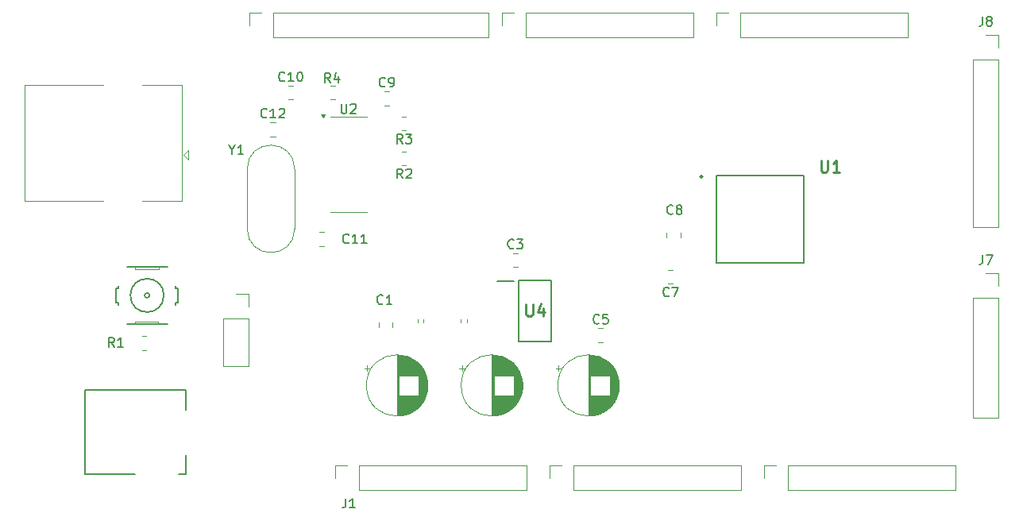
<source format=gbr>
%TF.GenerationSoftware,KiCad,Pcbnew,8.0.6*%
%TF.CreationDate,2025-01-18T13:25:30-05:00*%
%TF.ProjectId,RL78_G23_Arduino,524c3738-5f47-4323-935f-41726475696e,rev?*%
%TF.SameCoordinates,Original*%
%TF.FileFunction,Legend,Top*%
%TF.FilePolarity,Positive*%
%FSLAX46Y46*%
G04 Gerber Fmt 4.6, Leading zero omitted, Abs format (unit mm)*
G04 Created by KiCad (PCBNEW 8.0.6) date 2025-01-18 13:25:30*
%MOMM*%
%LPD*%
G01*
G04 APERTURE LIST*
%ADD10C,0.150000*%
%ADD11C,0.254000*%
%ADD12C,0.120000*%
%ADD13C,0.152400*%
%ADD14C,0.050800*%
%ADD15C,0.203200*%
%ADD16C,0.200000*%
%ADD17C,0.250000*%
G04 APERTURE END LIST*
D10*
X84835333Y-41604819D02*
X84502000Y-41128628D01*
X84263905Y-41604819D02*
X84263905Y-40604819D01*
X84263905Y-40604819D02*
X84644857Y-40604819D01*
X84644857Y-40604819D02*
X84740095Y-40652438D01*
X84740095Y-40652438D02*
X84787714Y-40700057D01*
X84787714Y-40700057D02*
X84835333Y-40795295D01*
X84835333Y-40795295D02*
X84835333Y-40938152D01*
X84835333Y-40938152D02*
X84787714Y-41033390D01*
X84787714Y-41033390D02*
X84740095Y-41081009D01*
X84740095Y-41081009D02*
X84644857Y-41128628D01*
X84644857Y-41128628D02*
X84263905Y-41128628D01*
X85168667Y-40604819D02*
X85787714Y-40604819D01*
X85787714Y-40604819D02*
X85454381Y-40985771D01*
X85454381Y-40985771D02*
X85597238Y-40985771D01*
X85597238Y-40985771D02*
X85692476Y-41033390D01*
X85692476Y-41033390D02*
X85740095Y-41081009D01*
X85740095Y-41081009D02*
X85787714Y-41176247D01*
X85787714Y-41176247D02*
X85787714Y-41414342D01*
X85787714Y-41414342D02*
X85740095Y-41509580D01*
X85740095Y-41509580D02*
X85692476Y-41557200D01*
X85692476Y-41557200D02*
X85597238Y-41604819D01*
X85597238Y-41604819D02*
X85311524Y-41604819D01*
X85311524Y-41604819D02*
X85216286Y-41557200D01*
X85216286Y-41557200D02*
X85168667Y-41509580D01*
X70359142Y-38779580D02*
X70311523Y-38827200D01*
X70311523Y-38827200D02*
X70168666Y-38874819D01*
X70168666Y-38874819D02*
X70073428Y-38874819D01*
X70073428Y-38874819D02*
X69930571Y-38827200D01*
X69930571Y-38827200D02*
X69835333Y-38731961D01*
X69835333Y-38731961D02*
X69787714Y-38636723D01*
X69787714Y-38636723D02*
X69740095Y-38446247D01*
X69740095Y-38446247D02*
X69740095Y-38303390D01*
X69740095Y-38303390D02*
X69787714Y-38112914D01*
X69787714Y-38112914D02*
X69835333Y-38017676D01*
X69835333Y-38017676D02*
X69930571Y-37922438D01*
X69930571Y-37922438D02*
X70073428Y-37874819D01*
X70073428Y-37874819D02*
X70168666Y-37874819D01*
X70168666Y-37874819D02*
X70311523Y-37922438D01*
X70311523Y-37922438D02*
X70359142Y-37970057D01*
X71311523Y-38874819D02*
X70740095Y-38874819D01*
X71025809Y-38874819D02*
X71025809Y-37874819D01*
X71025809Y-37874819D02*
X70930571Y-38017676D01*
X70930571Y-38017676D02*
X70835333Y-38112914D01*
X70835333Y-38112914D02*
X70740095Y-38160533D01*
X71692476Y-37970057D02*
X71740095Y-37922438D01*
X71740095Y-37922438D02*
X71835333Y-37874819D01*
X71835333Y-37874819D02*
X72073428Y-37874819D01*
X72073428Y-37874819D02*
X72168666Y-37922438D01*
X72168666Y-37922438D02*
X72216285Y-37970057D01*
X72216285Y-37970057D02*
X72263904Y-38065295D01*
X72263904Y-38065295D02*
X72263904Y-38160533D01*
X72263904Y-38160533D02*
X72216285Y-38303390D01*
X72216285Y-38303390D02*
X71644857Y-38874819D01*
X71644857Y-38874819D02*
X72263904Y-38874819D01*
X113647333Y-49059580D02*
X113599714Y-49107200D01*
X113599714Y-49107200D02*
X113456857Y-49154819D01*
X113456857Y-49154819D02*
X113361619Y-49154819D01*
X113361619Y-49154819D02*
X113218762Y-49107200D01*
X113218762Y-49107200D02*
X113123524Y-49011961D01*
X113123524Y-49011961D02*
X113075905Y-48916723D01*
X113075905Y-48916723D02*
X113028286Y-48726247D01*
X113028286Y-48726247D02*
X113028286Y-48583390D01*
X113028286Y-48583390D02*
X113075905Y-48392914D01*
X113075905Y-48392914D02*
X113123524Y-48297676D01*
X113123524Y-48297676D02*
X113218762Y-48202438D01*
X113218762Y-48202438D02*
X113361619Y-48154819D01*
X113361619Y-48154819D02*
X113456857Y-48154819D01*
X113456857Y-48154819D02*
X113599714Y-48202438D01*
X113599714Y-48202438D02*
X113647333Y-48250057D01*
X114218762Y-48583390D02*
X114123524Y-48535771D01*
X114123524Y-48535771D02*
X114075905Y-48488152D01*
X114075905Y-48488152D02*
X114028286Y-48392914D01*
X114028286Y-48392914D02*
X114028286Y-48345295D01*
X114028286Y-48345295D02*
X114075905Y-48250057D01*
X114075905Y-48250057D02*
X114123524Y-48202438D01*
X114123524Y-48202438D02*
X114218762Y-48154819D01*
X114218762Y-48154819D02*
X114409238Y-48154819D01*
X114409238Y-48154819D02*
X114504476Y-48202438D01*
X114504476Y-48202438D02*
X114552095Y-48250057D01*
X114552095Y-48250057D02*
X114599714Y-48345295D01*
X114599714Y-48345295D02*
X114599714Y-48392914D01*
X114599714Y-48392914D02*
X114552095Y-48488152D01*
X114552095Y-48488152D02*
X114504476Y-48535771D01*
X114504476Y-48535771D02*
X114409238Y-48583390D01*
X114409238Y-48583390D02*
X114218762Y-48583390D01*
X114218762Y-48583390D02*
X114123524Y-48631009D01*
X114123524Y-48631009D02*
X114075905Y-48678628D01*
X114075905Y-48678628D02*
X114028286Y-48773866D01*
X114028286Y-48773866D02*
X114028286Y-48964342D01*
X114028286Y-48964342D02*
X114075905Y-49059580D01*
X114075905Y-49059580D02*
X114123524Y-49107200D01*
X114123524Y-49107200D02*
X114218762Y-49154819D01*
X114218762Y-49154819D02*
X114409238Y-49154819D01*
X114409238Y-49154819D02*
X114504476Y-49107200D01*
X114504476Y-49107200D02*
X114552095Y-49059580D01*
X114552095Y-49059580D02*
X114599714Y-48964342D01*
X114599714Y-48964342D02*
X114599714Y-48773866D01*
X114599714Y-48773866D02*
X114552095Y-48678628D01*
X114552095Y-48678628D02*
X114504476Y-48631009D01*
X114504476Y-48631009D02*
X114409238Y-48583390D01*
X78766666Y-79454819D02*
X78766666Y-80169104D01*
X78766666Y-80169104D02*
X78719047Y-80311961D01*
X78719047Y-80311961D02*
X78623809Y-80407200D01*
X78623809Y-80407200D02*
X78480952Y-80454819D01*
X78480952Y-80454819D02*
X78385714Y-80454819D01*
X79766666Y-80454819D02*
X79195238Y-80454819D01*
X79480952Y-80454819D02*
X79480952Y-79454819D01*
X79480952Y-79454819D02*
X79385714Y-79597676D01*
X79385714Y-79597676D02*
X79290476Y-79692914D01*
X79290476Y-79692914D02*
X79195238Y-79740533D01*
X66675809Y-42278628D02*
X66675809Y-42754819D01*
X66342476Y-41754819D02*
X66675809Y-42278628D01*
X66675809Y-42278628D02*
X67009142Y-41754819D01*
X67866285Y-42754819D02*
X67294857Y-42754819D01*
X67580571Y-42754819D02*
X67580571Y-41754819D01*
X67580571Y-41754819D02*
X67485333Y-41897676D01*
X67485333Y-41897676D02*
X67390095Y-41992914D01*
X67390095Y-41992914D02*
X67294857Y-42040533D01*
X146668666Y-28084819D02*
X146668666Y-28799104D01*
X146668666Y-28799104D02*
X146621047Y-28941961D01*
X146621047Y-28941961D02*
X146525809Y-29037200D01*
X146525809Y-29037200D02*
X146382952Y-29084819D01*
X146382952Y-29084819D02*
X146287714Y-29084819D01*
X147287714Y-28513390D02*
X147192476Y-28465771D01*
X147192476Y-28465771D02*
X147144857Y-28418152D01*
X147144857Y-28418152D02*
X147097238Y-28322914D01*
X147097238Y-28322914D02*
X147097238Y-28275295D01*
X147097238Y-28275295D02*
X147144857Y-28180057D01*
X147144857Y-28180057D02*
X147192476Y-28132438D01*
X147192476Y-28132438D02*
X147287714Y-28084819D01*
X147287714Y-28084819D02*
X147478190Y-28084819D01*
X147478190Y-28084819D02*
X147573428Y-28132438D01*
X147573428Y-28132438D02*
X147621047Y-28180057D01*
X147621047Y-28180057D02*
X147668666Y-28275295D01*
X147668666Y-28275295D02*
X147668666Y-28322914D01*
X147668666Y-28322914D02*
X147621047Y-28418152D01*
X147621047Y-28418152D02*
X147573428Y-28465771D01*
X147573428Y-28465771D02*
X147478190Y-28513390D01*
X147478190Y-28513390D02*
X147287714Y-28513390D01*
X147287714Y-28513390D02*
X147192476Y-28561009D01*
X147192476Y-28561009D02*
X147144857Y-28608628D01*
X147144857Y-28608628D02*
X147097238Y-28703866D01*
X147097238Y-28703866D02*
X147097238Y-28894342D01*
X147097238Y-28894342D02*
X147144857Y-28989580D01*
X147144857Y-28989580D02*
X147192476Y-29037200D01*
X147192476Y-29037200D02*
X147287714Y-29084819D01*
X147287714Y-29084819D02*
X147478190Y-29084819D01*
X147478190Y-29084819D02*
X147573428Y-29037200D01*
X147573428Y-29037200D02*
X147621047Y-28989580D01*
X147621047Y-28989580D02*
X147668666Y-28894342D01*
X147668666Y-28894342D02*
X147668666Y-28703866D01*
X147668666Y-28703866D02*
X147621047Y-28608628D01*
X147621047Y-28608628D02*
X147573428Y-28561009D01*
X147573428Y-28561009D02*
X147478190Y-28513390D01*
X146668666Y-53484819D02*
X146668666Y-54199104D01*
X146668666Y-54199104D02*
X146621047Y-54341961D01*
X146621047Y-54341961D02*
X146525809Y-54437200D01*
X146525809Y-54437200D02*
X146382952Y-54484819D01*
X146382952Y-54484819D02*
X146287714Y-54484819D01*
X147049619Y-53484819D02*
X147716285Y-53484819D01*
X147716285Y-53484819D02*
X147287714Y-54484819D01*
X54085333Y-63304819D02*
X53752000Y-62828628D01*
X53513905Y-63304819D02*
X53513905Y-62304819D01*
X53513905Y-62304819D02*
X53894857Y-62304819D01*
X53894857Y-62304819D02*
X53990095Y-62352438D01*
X53990095Y-62352438D02*
X54037714Y-62400057D01*
X54037714Y-62400057D02*
X54085333Y-62495295D01*
X54085333Y-62495295D02*
X54085333Y-62638152D01*
X54085333Y-62638152D02*
X54037714Y-62733390D01*
X54037714Y-62733390D02*
X53990095Y-62781009D01*
X53990095Y-62781009D02*
X53894857Y-62828628D01*
X53894857Y-62828628D02*
X53513905Y-62828628D01*
X55037714Y-63304819D02*
X54466286Y-63304819D01*
X54752000Y-63304819D02*
X54752000Y-62304819D01*
X54752000Y-62304819D02*
X54656762Y-62447676D01*
X54656762Y-62447676D02*
X54561524Y-62542914D01*
X54561524Y-62542914D02*
X54466286Y-62590533D01*
X82985333Y-35479580D02*
X82937714Y-35527200D01*
X82937714Y-35527200D02*
X82794857Y-35574819D01*
X82794857Y-35574819D02*
X82699619Y-35574819D01*
X82699619Y-35574819D02*
X82556762Y-35527200D01*
X82556762Y-35527200D02*
X82461524Y-35431961D01*
X82461524Y-35431961D02*
X82413905Y-35336723D01*
X82413905Y-35336723D02*
X82366286Y-35146247D01*
X82366286Y-35146247D02*
X82366286Y-35003390D01*
X82366286Y-35003390D02*
X82413905Y-34812914D01*
X82413905Y-34812914D02*
X82461524Y-34717676D01*
X82461524Y-34717676D02*
X82556762Y-34622438D01*
X82556762Y-34622438D02*
X82699619Y-34574819D01*
X82699619Y-34574819D02*
X82794857Y-34574819D01*
X82794857Y-34574819D02*
X82937714Y-34622438D01*
X82937714Y-34622438D02*
X82985333Y-34670057D01*
X83461524Y-35574819D02*
X83652000Y-35574819D01*
X83652000Y-35574819D02*
X83747238Y-35527200D01*
X83747238Y-35527200D02*
X83794857Y-35479580D01*
X83794857Y-35479580D02*
X83890095Y-35336723D01*
X83890095Y-35336723D02*
X83937714Y-35146247D01*
X83937714Y-35146247D02*
X83937714Y-34765295D01*
X83937714Y-34765295D02*
X83890095Y-34670057D01*
X83890095Y-34670057D02*
X83842476Y-34622438D01*
X83842476Y-34622438D02*
X83747238Y-34574819D01*
X83747238Y-34574819D02*
X83556762Y-34574819D01*
X83556762Y-34574819D02*
X83461524Y-34622438D01*
X83461524Y-34622438D02*
X83413905Y-34670057D01*
X83413905Y-34670057D02*
X83366286Y-34765295D01*
X83366286Y-34765295D02*
X83366286Y-35003390D01*
X83366286Y-35003390D02*
X83413905Y-35098628D01*
X83413905Y-35098628D02*
X83461524Y-35146247D01*
X83461524Y-35146247D02*
X83556762Y-35193866D01*
X83556762Y-35193866D02*
X83747238Y-35193866D01*
X83747238Y-35193866D02*
X83842476Y-35146247D01*
X83842476Y-35146247D02*
X83890095Y-35098628D01*
X83890095Y-35098628D02*
X83937714Y-35003390D01*
X79109142Y-52159580D02*
X79061523Y-52207200D01*
X79061523Y-52207200D02*
X78918666Y-52254819D01*
X78918666Y-52254819D02*
X78823428Y-52254819D01*
X78823428Y-52254819D02*
X78680571Y-52207200D01*
X78680571Y-52207200D02*
X78585333Y-52111961D01*
X78585333Y-52111961D02*
X78537714Y-52016723D01*
X78537714Y-52016723D02*
X78490095Y-51826247D01*
X78490095Y-51826247D02*
X78490095Y-51683390D01*
X78490095Y-51683390D02*
X78537714Y-51492914D01*
X78537714Y-51492914D02*
X78585333Y-51397676D01*
X78585333Y-51397676D02*
X78680571Y-51302438D01*
X78680571Y-51302438D02*
X78823428Y-51254819D01*
X78823428Y-51254819D02*
X78918666Y-51254819D01*
X78918666Y-51254819D02*
X79061523Y-51302438D01*
X79061523Y-51302438D02*
X79109142Y-51350057D01*
X80061523Y-52254819D02*
X79490095Y-52254819D01*
X79775809Y-52254819D02*
X79775809Y-51254819D01*
X79775809Y-51254819D02*
X79680571Y-51397676D01*
X79680571Y-51397676D02*
X79585333Y-51492914D01*
X79585333Y-51492914D02*
X79490095Y-51540533D01*
X81013904Y-52254819D02*
X80442476Y-52254819D01*
X80728190Y-52254819D02*
X80728190Y-51254819D01*
X80728190Y-51254819D02*
X80632952Y-51397676D01*
X80632952Y-51397676D02*
X80537714Y-51492914D01*
X80537714Y-51492914D02*
X80442476Y-51540533D01*
X84835333Y-45304819D02*
X84502000Y-44828628D01*
X84263905Y-45304819D02*
X84263905Y-44304819D01*
X84263905Y-44304819D02*
X84644857Y-44304819D01*
X84644857Y-44304819D02*
X84740095Y-44352438D01*
X84740095Y-44352438D02*
X84787714Y-44400057D01*
X84787714Y-44400057D02*
X84835333Y-44495295D01*
X84835333Y-44495295D02*
X84835333Y-44638152D01*
X84835333Y-44638152D02*
X84787714Y-44733390D01*
X84787714Y-44733390D02*
X84740095Y-44781009D01*
X84740095Y-44781009D02*
X84644857Y-44828628D01*
X84644857Y-44828628D02*
X84263905Y-44828628D01*
X85216286Y-44400057D02*
X85263905Y-44352438D01*
X85263905Y-44352438D02*
X85359143Y-44304819D01*
X85359143Y-44304819D02*
X85597238Y-44304819D01*
X85597238Y-44304819D02*
X85692476Y-44352438D01*
X85692476Y-44352438D02*
X85740095Y-44400057D01*
X85740095Y-44400057D02*
X85787714Y-44495295D01*
X85787714Y-44495295D02*
X85787714Y-44590533D01*
X85787714Y-44590533D02*
X85740095Y-44733390D01*
X85740095Y-44733390D02*
X85168667Y-45304819D01*
X85168667Y-45304819D02*
X85787714Y-45304819D01*
D11*
X129432380Y-43404318D02*
X129432380Y-44432413D01*
X129432380Y-44432413D02*
X129492857Y-44553365D01*
X129492857Y-44553365D02*
X129553333Y-44613842D01*
X129553333Y-44613842D02*
X129674285Y-44674318D01*
X129674285Y-44674318D02*
X129916190Y-44674318D01*
X129916190Y-44674318D02*
X130037142Y-44613842D01*
X130037142Y-44613842D02*
X130097619Y-44553365D01*
X130097619Y-44553365D02*
X130158095Y-44432413D01*
X130158095Y-44432413D02*
X130158095Y-43404318D01*
X131428095Y-44674318D02*
X130702380Y-44674318D01*
X131065237Y-44674318D02*
X131065237Y-43404318D01*
X131065237Y-43404318D02*
X130944285Y-43585746D01*
X130944285Y-43585746D02*
X130823333Y-43706699D01*
X130823333Y-43706699D02*
X130702380Y-43767175D01*
D10*
X96685333Y-52729580D02*
X96637714Y-52777200D01*
X96637714Y-52777200D02*
X96494857Y-52824819D01*
X96494857Y-52824819D02*
X96399619Y-52824819D01*
X96399619Y-52824819D02*
X96256762Y-52777200D01*
X96256762Y-52777200D02*
X96161524Y-52681961D01*
X96161524Y-52681961D02*
X96113905Y-52586723D01*
X96113905Y-52586723D02*
X96066286Y-52396247D01*
X96066286Y-52396247D02*
X96066286Y-52253390D01*
X96066286Y-52253390D02*
X96113905Y-52062914D01*
X96113905Y-52062914D02*
X96161524Y-51967676D01*
X96161524Y-51967676D02*
X96256762Y-51872438D01*
X96256762Y-51872438D02*
X96399619Y-51824819D01*
X96399619Y-51824819D02*
X96494857Y-51824819D01*
X96494857Y-51824819D02*
X96637714Y-51872438D01*
X96637714Y-51872438D02*
X96685333Y-51920057D01*
X97018667Y-51824819D02*
X97637714Y-51824819D01*
X97637714Y-51824819D02*
X97304381Y-52205771D01*
X97304381Y-52205771D02*
X97447238Y-52205771D01*
X97447238Y-52205771D02*
X97542476Y-52253390D01*
X97542476Y-52253390D02*
X97590095Y-52301009D01*
X97590095Y-52301009D02*
X97637714Y-52396247D01*
X97637714Y-52396247D02*
X97637714Y-52634342D01*
X97637714Y-52634342D02*
X97590095Y-52729580D01*
X97590095Y-52729580D02*
X97542476Y-52777200D01*
X97542476Y-52777200D02*
X97447238Y-52824819D01*
X97447238Y-52824819D02*
X97161524Y-52824819D01*
X97161524Y-52824819D02*
X97066286Y-52777200D01*
X97066286Y-52777200D02*
X97018667Y-52729580D01*
X113247333Y-57839580D02*
X113199714Y-57887200D01*
X113199714Y-57887200D02*
X113056857Y-57934819D01*
X113056857Y-57934819D02*
X112961619Y-57934819D01*
X112961619Y-57934819D02*
X112818762Y-57887200D01*
X112818762Y-57887200D02*
X112723524Y-57791961D01*
X112723524Y-57791961D02*
X112675905Y-57696723D01*
X112675905Y-57696723D02*
X112628286Y-57506247D01*
X112628286Y-57506247D02*
X112628286Y-57363390D01*
X112628286Y-57363390D02*
X112675905Y-57172914D01*
X112675905Y-57172914D02*
X112723524Y-57077676D01*
X112723524Y-57077676D02*
X112818762Y-56982438D01*
X112818762Y-56982438D02*
X112961619Y-56934819D01*
X112961619Y-56934819D02*
X113056857Y-56934819D01*
X113056857Y-56934819D02*
X113199714Y-56982438D01*
X113199714Y-56982438D02*
X113247333Y-57030057D01*
X113580667Y-56934819D02*
X114247333Y-56934819D01*
X114247333Y-56934819D02*
X113818762Y-57934819D01*
X78290095Y-37389819D02*
X78290095Y-38199342D01*
X78290095Y-38199342D02*
X78337714Y-38294580D01*
X78337714Y-38294580D02*
X78385333Y-38342200D01*
X78385333Y-38342200D02*
X78480571Y-38389819D01*
X78480571Y-38389819D02*
X78671047Y-38389819D01*
X78671047Y-38389819D02*
X78766285Y-38342200D01*
X78766285Y-38342200D02*
X78813904Y-38294580D01*
X78813904Y-38294580D02*
X78861523Y-38199342D01*
X78861523Y-38199342D02*
X78861523Y-37389819D01*
X79290095Y-37485057D02*
X79337714Y-37437438D01*
X79337714Y-37437438D02*
X79432952Y-37389819D01*
X79432952Y-37389819D02*
X79671047Y-37389819D01*
X79671047Y-37389819D02*
X79766285Y-37437438D01*
X79766285Y-37437438D02*
X79813904Y-37485057D01*
X79813904Y-37485057D02*
X79861523Y-37580295D01*
X79861523Y-37580295D02*
X79861523Y-37675533D01*
X79861523Y-37675533D02*
X79813904Y-37818390D01*
X79813904Y-37818390D02*
X79242476Y-38389819D01*
X79242476Y-38389819D02*
X79861523Y-38389819D01*
X82735333Y-58659580D02*
X82687714Y-58707200D01*
X82687714Y-58707200D02*
X82544857Y-58754819D01*
X82544857Y-58754819D02*
X82449619Y-58754819D01*
X82449619Y-58754819D02*
X82306762Y-58707200D01*
X82306762Y-58707200D02*
X82211524Y-58611961D01*
X82211524Y-58611961D02*
X82163905Y-58516723D01*
X82163905Y-58516723D02*
X82116286Y-58326247D01*
X82116286Y-58326247D02*
X82116286Y-58183390D01*
X82116286Y-58183390D02*
X82163905Y-57992914D01*
X82163905Y-57992914D02*
X82211524Y-57897676D01*
X82211524Y-57897676D02*
X82306762Y-57802438D01*
X82306762Y-57802438D02*
X82449619Y-57754819D01*
X82449619Y-57754819D02*
X82544857Y-57754819D01*
X82544857Y-57754819D02*
X82687714Y-57802438D01*
X82687714Y-57802438D02*
X82735333Y-57850057D01*
X83687714Y-58754819D02*
X83116286Y-58754819D01*
X83402000Y-58754819D02*
X83402000Y-57754819D01*
X83402000Y-57754819D02*
X83306762Y-57897676D01*
X83306762Y-57897676D02*
X83211524Y-57992914D01*
X83211524Y-57992914D02*
X83116286Y-58040533D01*
X105785333Y-60729580D02*
X105737714Y-60777200D01*
X105737714Y-60777200D02*
X105594857Y-60824819D01*
X105594857Y-60824819D02*
X105499619Y-60824819D01*
X105499619Y-60824819D02*
X105356762Y-60777200D01*
X105356762Y-60777200D02*
X105261524Y-60681961D01*
X105261524Y-60681961D02*
X105213905Y-60586723D01*
X105213905Y-60586723D02*
X105166286Y-60396247D01*
X105166286Y-60396247D02*
X105166286Y-60253390D01*
X105166286Y-60253390D02*
X105213905Y-60062914D01*
X105213905Y-60062914D02*
X105261524Y-59967676D01*
X105261524Y-59967676D02*
X105356762Y-59872438D01*
X105356762Y-59872438D02*
X105499619Y-59824819D01*
X105499619Y-59824819D02*
X105594857Y-59824819D01*
X105594857Y-59824819D02*
X105737714Y-59872438D01*
X105737714Y-59872438D02*
X105785333Y-59920057D01*
X106690095Y-59824819D02*
X106213905Y-59824819D01*
X106213905Y-59824819D02*
X106166286Y-60301009D01*
X106166286Y-60301009D02*
X106213905Y-60253390D01*
X106213905Y-60253390D02*
X106309143Y-60205771D01*
X106309143Y-60205771D02*
X106547238Y-60205771D01*
X106547238Y-60205771D02*
X106642476Y-60253390D01*
X106642476Y-60253390D02*
X106690095Y-60301009D01*
X106690095Y-60301009D02*
X106737714Y-60396247D01*
X106737714Y-60396247D02*
X106737714Y-60634342D01*
X106737714Y-60634342D02*
X106690095Y-60729580D01*
X106690095Y-60729580D02*
X106642476Y-60777200D01*
X106642476Y-60777200D02*
X106547238Y-60824819D01*
X106547238Y-60824819D02*
X106309143Y-60824819D01*
X106309143Y-60824819D02*
X106213905Y-60777200D01*
X106213905Y-60777200D02*
X106166286Y-60729580D01*
D11*
X97984380Y-58754318D02*
X97984380Y-59782413D01*
X97984380Y-59782413D02*
X98044857Y-59903365D01*
X98044857Y-59903365D02*
X98105333Y-59963842D01*
X98105333Y-59963842D02*
X98226285Y-60024318D01*
X98226285Y-60024318D02*
X98468190Y-60024318D01*
X98468190Y-60024318D02*
X98589142Y-59963842D01*
X98589142Y-59963842D02*
X98649619Y-59903365D01*
X98649619Y-59903365D02*
X98710095Y-59782413D01*
X98710095Y-59782413D02*
X98710095Y-58754318D01*
X99859142Y-59177651D02*
X99859142Y-60024318D01*
X99556761Y-58693842D02*
X99254380Y-59600984D01*
X99254380Y-59600984D02*
X100040571Y-59600984D01*
D10*
X72259142Y-34879580D02*
X72211523Y-34927200D01*
X72211523Y-34927200D02*
X72068666Y-34974819D01*
X72068666Y-34974819D02*
X71973428Y-34974819D01*
X71973428Y-34974819D02*
X71830571Y-34927200D01*
X71830571Y-34927200D02*
X71735333Y-34831961D01*
X71735333Y-34831961D02*
X71687714Y-34736723D01*
X71687714Y-34736723D02*
X71640095Y-34546247D01*
X71640095Y-34546247D02*
X71640095Y-34403390D01*
X71640095Y-34403390D02*
X71687714Y-34212914D01*
X71687714Y-34212914D02*
X71735333Y-34117676D01*
X71735333Y-34117676D02*
X71830571Y-34022438D01*
X71830571Y-34022438D02*
X71973428Y-33974819D01*
X71973428Y-33974819D02*
X72068666Y-33974819D01*
X72068666Y-33974819D02*
X72211523Y-34022438D01*
X72211523Y-34022438D02*
X72259142Y-34070057D01*
X73211523Y-34974819D02*
X72640095Y-34974819D01*
X72925809Y-34974819D02*
X72925809Y-33974819D01*
X72925809Y-33974819D02*
X72830571Y-34117676D01*
X72830571Y-34117676D02*
X72735333Y-34212914D01*
X72735333Y-34212914D02*
X72640095Y-34260533D01*
X73830571Y-33974819D02*
X73925809Y-33974819D01*
X73925809Y-33974819D02*
X74021047Y-34022438D01*
X74021047Y-34022438D02*
X74068666Y-34070057D01*
X74068666Y-34070057D02*
X74116285Y-34165295D01*
X74116285Y-34165295D02*
X74163904Y-34355771D01*
X74163904Y-34355771D02*
X74163904Y-34593866D01*
X74163904Y-34593866D02*
X74116285Y-34784342D01*
X74116285Y-34784342D02*
X74068666Y-34879580D01*
X74068666Y-34879580D02*
X74021047Y-34927200D01*
X74021047Y-34927200D02*
X73925809Y-34974819D01*
X73925809Y-34974819D02*
X73830571Y-34974819D01*
X73830571Y-34974819D02*
X73735333Y-34927200D01*
X73735333Y-34927200D02*
X73687714Y-34879580D01*
X73687714Y-34879580D02*
X73640095Y-34784342D01*
X73640095Y-34784342D02*
X73592476Y-34593866D01*
X73592476Y-34593866D02*
X73592476Y-34355771D01*
X73592476Y-34355771D02*
X73640095Y-34165295D01*
X73640095Y-34165295D02*
X73687714Y-34070057D01*
X73687714Y-34070057D02*
X73735333Y-34022438D01*
X73735333Y-34022438D02*
X73830571Y-33974819D01*
X77147833Y-35104819D02*
X76814500Y-34628628D01*
X76576405Y-35104819D02*
X76576405Y-34104819D01*
X76576405Y-34104819D02*
X76957357Y-34104819D01*
X76957357Y-34104819D02*
X77052595Y-34152438D01*
X77052595Y-34152438D02*
X77100214Y-34200057D01*
X77100214Y-34200057D02*
X77147833Y-34295295D01*
X77147833Y-34295295D02*
X77147833Y-34438152D01*
X77147833Y-34438152D02*
X77100214Y-34533390D01*
X77100214Y-34533390D02*
X77052595Y-34581009D01*
X77052595Y-34581009D02*
X76957357Y-34628628D01*
X76957357Y-34628628D02*
X76576405Y-34628628D01*
X78004976Y-34438152D02*
X78004976Y-35104819D01*
X77766881Y-34057200D02*
X77528786Y-34771485D01*
X77528786Y-34771485D02*
X78147833Y-34771485D01*
D12*
%TO.C,U3*%
X86421800Y-60383240D02*
X86421800Y-60710900D01*
X87082200Y-60383240D02*
X87082200Y-60710900D01*
X91021800Y-60383240D02*
X91021800Y-60710900D01*
X91682200Y-60383240D02*
X91682200Y-60710900D01*
%TO.C,J3*%
X100472000Y-75930000D02*
X101802000Y-75930000D01*
X100472000Y-77260000D02*
X100472000Y-75930000D01*
X103072000Y-75930000D02*
X120912000Y-75930000D01*
X103072000Y-78590000D02*
X103072000Y-75930000D01*
X103072000Y-78590000D02*
X120912000Y-78590000D01*
X120912000Y-78590000D02*
X120912000Y-75930000D01*
%TO.C,J5*%
X123332000Y-75930000D02*
X124662000Y-75930000D01*
X123332000Y-77260000D02*
X123332000Y-75930000D01*
X125932000Y-75930000D02*
X143772000Y-75930000D01*
X125932000Y-78590000D02*
X125932000Y-75930000D01*
X125932000Y-78590000D02*
X143772000Y-78590000D01*
X143772000Y-78590000D02*
X143772000Y-75930000D01*
%TO.C,J2*%
X68468000Y-27670000D02*
X69798000Y-27670000D01*
X68468000Y-29000000D02*
X68468000Y-27670000D01*
X71068000Y-27670000D02*
X93988000Y-27670000D01*
X71068000Y-30330000D02*
X71068000Y-27670000D01*
X71068000Y-30330000D02*
X93988000Y-30330000D01*
X93988000Y-30330000D02*
X93988000Y-27670000D01*
%TO.C,J4*%
X95392000Y-27670000D02*
X96722000Y-27670000D01*
X95392000Y-29000000D02*
X95392000Y-27670000D01*
X97992000Y-27670000D02*
X115832000Y-27670000D01*
X97992000Y-30330000D02*
X97992000Y-27670000D01*
X97992000Y-30330000D02*
X115832000Y-30330000D01*
X115832000Y-30330000D02*
X115832000Y-27670000D01*
%TO.C,J6*%
X118252000Y-27670000D02*
X119582000Y-27670000D01*
X118252000Y-29000000D02*
X118252000Y-27670000D01*
X120852000Y-27670000D02*
X138692000Y-27670000D01*
X120852000Y-30330000D02*
X120852000Y-27670000D01*
X120852000Y-30330000D02*
X138692000Y-30330000D01*
X138692000Y-30330000D02*
X138692000Y-27670000D01*
%TO.C,R3*%
X84774936Y-38765000D02*
X85229064Y-38765000D01*
X84774936Y-40235000D02*
X85229064Y-40235000D01*
%TO.C,C12*%
X70740748Y-39365000D02*
X71263252Y-39365000D01*
X70740748Y-40835000D02*
X71263252Y-40835000D01*
%TO.C,C4*%
X90851759Y-65561000D02*
X91481759Y-65561000D01*
X91166759Y-65246000D02*
X91166759Y-65876000D01*
X94352000Y-64170000D02*
X94352000Y-70630000D01*
X94392000Y-64170000D02*
X94392000Y-70630000D01*
X94432000Y-64170000D02*
X94432000Y-70630000D01*
X94472000Y-64172000D02*
X94472000Y-70628000D01*
X94512000Y-64173000D02*
X94512000Y-70627000D01*
X94552000Y-64176000D02*
X94552000Y-70624000D01*
X94592000Y-64178000D02*
X94592000Y-66360000D01*
X94592000Y-68440000D02*
X94592000Y-70622000D01*
X94632000Y-64182000D02*
X94632000Y-66360000D01*
X94632000Y-68440000D02*
X94632000Y-70618000D01*
X94672000Y-64185000D02*
X94672000Y-66360000D01*
X94672000Y-68440000D02*
X94672000Y-70615000D01*
X94712000Y-64189000D02*
X94712000Y-66360000D01*
X94712000Y-68440000D02*
X94712000Y-70611000D01*
X94752000Y-64194000D02*
X94752000Y-66360000D01*
X94752000Y-68440000D02*
X94752000Y-70606000D01*
X94792000Y-64199000D02*
X94792000Y-66360000D01*
X94792000Y-68440000D02*
X94792000Y-70601000D01*
X94832000Y-64205000D02*
X94832000Y-66360000D01*
X94832000Y-68440000D02*
X94832000Y-70595000D01*
X94872000Y-64211000D02*
X94872000Y-66360000D01*
X94872000Y-68440000D02*
X94872000Y-70589000D01*
X94912000Y-64218000D02*
X94912000Y-66360000D01*
X94912000Y-68440000D02*
X94912000Y-70582000D01*
X94952000Y-64225000D02*
X94952000Y-66360000D01*
X94952000Y-68440000D02*
X94952000Y-70575000D01*
X94992000Y-64233000D02*
X94992000Y-66360000D01*
X94992000Y-68440000D02*
X94992000Y-70567000D01*
X95032000Y-64241000D02*
X95032000Y-66360000D01*
X95032000Y-68440000D02*
X95032000Y-70559000D01*
X95073000Y-64250000D02*
X95073000Y-66360000D01*
X95073000Y-68440000D02*
X95073000Y-70550000D01*
X95113000Y-64259000D02*
X95113000Y-66360000D01*
X95113000Y-68440000D02*
X95113000Y-70541000D01*
X95153000Y-64269000D02*
X95153000Y-66360000D01*
X95153000Y-68440000D02*
X95153000Y-70531000D01*
X95193000Y-64279000D02*
X95193000Y-66360000D01*
X95193000Y-68440000D02*
X95193000Y-70521000D01*
X95233000Y-64290000D02*
X95233000Y-66360000D01*
X95233000Y-68440000D02*
X95233000Y-70510000D01*
X95273000Y-64302000D02*
X95273000Y-66360000D01*
X95273000Y-68440000D02*
X95273000Y-70498000D01*
X95313000Y-64314000D02*
X95313000Y-66360000D01*
X95313000Y-68440000D02*
X95313000Y-70486000D01*
X95353000Y-64326000D02*
X95353000Y-66360000D01*
X95353000Y-68440000D02*
X95353000Y-70474000D01*
X95393000Y-64339000D02*
X95393000Y-66360000D01*
X95393000Y-68440000D02*
X95393000Y-70461000D01*
X95433000Y-64353000D02*
X95433000Y-66360000D01*
X95433000Y-68440000D02*
X95433000Y-70447000D01*
X95473000Y-64367000D02*
X95473000Y-66360000D01*
X95473000Y-68440000D02*
X95473000Y-70433000D01*
X95513000Y-64382000D02*
X95513000Y-66360000D01*
X95513000Y-68440000D02*
X95513000Y-70418000D01*
X95553000Y-64398000D02*
X95553000Y-66360000D01*
X95553000Y-68440000D02*
X95553000Y-70402000D01*
X95593000Y-64414000D02*
X95593000Y-66360000D01*
X95593000Y-68440000D02*
X95593000Y-70386000D01*
X95633000Y-64430000D02*
X95633000Y-66360000D01*
X95633000Y-68440000D02*
X95633000Y-70370000D01*
X95673000Y-64448000D02*
X95673000Y-66360000D01*
X95673000Y-68440000D02*
X95673000Y-70352000D01*
X95713000Y-64466000D02*
X95713000Y-66360000D01*
X95713000Y-68440000D02*
X95713000Y-70334000D01*
X95753000Y-64484000D02*
X95753000Y-66360000D01*
X95753000Y-68440000D02*
X95753000Y-70316000D01*
X95793000Y-64504000D02*
X95793000Y-66360000D01*
X95793000Y-68440000D02*
X95793000Y-70296000D01*
X95833000Y-64524000D02*
X95833000Y-66360000D01*
X95833000Y-68440000D02*
X95833000Y-70276000D01*
X95873000Y-64544000D02*
X95873000Y-66360000D01*
X95873000Y-68440000D02*
X95873000Y-70256000D01*
X95913000Y-64566000D02*
X95913000Y-66360000D01*
X95913000Y-68440000D02*
X95913000Y-70234000D01*
X95953000Y-64588000D02*
X95953000Y-66360000D01*
X95953000Y-68440000D02*
X95953000Y-70212000D01*
X95993000Y-64610000D02*
X95993000Y-66360000D01*
X95993000Y-68440000D02*
X95993000Y-70190000D01*
X96033000Y-64634000D02*
X96033000Y-66360000D01*
X96033000Y-68440000D02*
X96033000Y-70166000D01*
X96073000Y-64658000D02*
X96073000Y-66360000D01*
X96073000Y-68440000D02*
X96073000Y-70142000D01*
X96113000Y-64684000D02*
X96113000Y-66360000D01*
X96113000Y-68440000D02*
X96113000Y-70116000D01*
X96153000Y-64710000D02*
X96153000Y-66360000D01*
X96153000Y-68440000D02*
X96153000Y-70090000D01*
X96193000Y-64736000D02*
X96193000Y-66360000D01*
X96193000Y-68440000D02*
X96193000Y-70064000D01*
X96233000Y-64764000D02*
X96233000Y-66360000D01*
X96233000Y-68440000D02*
X96233000Y-70036000D01*
X96273000Y-64793000D02*
X96273000Y-66360000D01*
X96273000Y-68440000D02*
X96273000Y-70007000D01*
X96313000Y-64822000D02*
X96313000Y-66360000D01*
X96313000Y-68440000D02*
X96313000Y-69978000D01*
X96353000Y-64852000D02*
X96353000Y-66360000D01*
X96353000Y-68440000D02*
X96353000Y-69948000D01*
X96393000Y-64884000D02*
X96393000Y-66360000D01*
X96393000Y-68440000D02*
X96393000Y-69916000D01*
X96433000Y-64916000D02*
X96433000Y-66360000D01*
X96433000Y-68440000D02*
X96433000Y-69884000D01*
X96473000Y-64950000D02*
X96473000Y-66360000D01*
X96473000Y-68440000D02*
X96473000Y-69850000D01*
X96513000Y-64984000D02*
X96513000Y-66360000D01*
X96513000Y-68440000D02*
X96513000Y-69816000D01*
X96553000Y-65020000D02*
X96553000Y-66360000D01*
X96553000Y-68440000D02*
X96553000Y-69780000D01*
X96593000Y-65057000D02*
X96593000Y-66360000D01*
X96593000Y-68440000D02*
X96593000Y-69743000D01*
X96633000Y-65095000D02*
X96633000Y-66360000D01*
X96633000Y-68440000D02*
X96633000Y-69705000D01*
X96673000Y-65135000D02*
X96673000Y-69665000D01*
X96713000Y-65176000D02*
X96713000Y-69624000D01*
X96753000Y-65218000D02*
X96753000Y-69582000D01*
X96793000Y-65263000D02*
X96793000Y-69537000D01*
X96833000Y-65308000D02*
X96833000Y-69492000D01*
X96873000Y-65356000D02*
X96873000Y-69444000D01*
X96913000Y-65405000D02*
X96913000Y-69395000D01*
X96953000Y-65456000D02*
X96953000Y-69344000D01*
X96993000Y-65510000D02*
X96993000Y-69290000D01*
X97033000Y-65566000D02*
X97033000Y-69234000D01*
X97073000Y-65624000D02*
X97073000Y-69176000D01*
X97113000Y-65686000D02*
X97113000Y-69114000D01*
X97153000Y-65750000D02*
X97153000Y-69050000D01*
X97193000Y-65819000D02*
X97193000Y-68981000D01*
X97233000Y-65891000D02*
X97233000Y-68909000D01*
X97273000Y-65968000D02*
X97273000Y-68832000D01*
X97313000Y-66050000D02*
X97313000Y-68750000D01*
X97353000Y-66138000D02*
X97353000Y-68662000D01*
X97393000Y-66235000D02*
X97393000Y-68565000D01*
X97433000Y-66341000D02*
X97433000Y-68459000D01*
X97473000Y-66460000D02*
X97473000Y-68340000D01*
X97513000Y-66598000D02*
X97513000Y-68202000D01*
X97553000Y-66767000D02*
X97553000Y-68033000D01*
X97593000Y-66998000D02*
X97593000Y-67802000D01*
X97622000Y-67400000D02*
G75*
G02*
X91082000Y-67400000I-3270000J0D01*
G01*
X91082000Y-67400000D02*
G75*
G02*
X97622000Y-67400000I3270000J0D01*
G01*
%TO.C,C8*%
X112979000Y-51088748D02*
X112979000Y-51611252D01*
X114449000Y-51088748D02*
X114449000Y-51611252D01*
D13*
%TO.C,S1*%
X54300000Y-57038000D02*
X54300000Y-58562000D01*
X54300000Y-57038000D02*
X54554000Y-57038000D01*
X54554000Y-57038000D02*
X54554000Y-56784000D01*
X54554000Y-58562000D02*
X54300000Y-58562000D01*
X54554000Y-58562000D02*
X54554000Y-58816000D01*
X55443000Y-60848000D02*
X56332000Y-60848000D01*
X56332000Y-54752000D02*
X55443000Y-54752000D01*
D14*
X56332000Y-54752000D02*
X56332000Y-55006000D01*
X56332000Y-60594000D02*
X56332000Y-60848000D01*
D13*
X56332000Y-60848000D02*
X58745000Y-60848000D01*
D14*
X58745000Y-60594000D02*
X56332000Y-60594000D01*
X58745000Y-60594000D02*
X58745000Y-60848000D01*
D13*
X58745000Y-60848000D02*
X59761000Y-60848000D01*
X58872000Y-54752000D02*
X56332000Y-54752000D01*
D14*
X58872000Y-55006000D02*
X56332000Y-55006000D01*
X58872000Y-55006000D02*
X58872000Y-54752000D01*
D13*
X59761000Y-54752000D02*
X58872000Y-54752000D01*
X60650000Y-57038000D02*
X60650000Y-56784000D01*
X60650000Y-57038000D02*
X60904000Y-57038000D01*
X60650000Y-58562000D02*
X60650000Y-58816000D01*
X60904000Y-58562000D02*
X60650000Y-58562000D01*
X60904000Y-58562000D02*
X60904000Y-57038000D01*
X57856000Y-57800000D02*
G75*
G02*
X57348000Y-57800000I-254000J0D01*
G01*
X57348000Y-57800000D02*
G75*
G02*
X57856000Y-57800000I254000J0D01*
G01*
X59380000Y-57800000D02*
G75*
G02*
X55824000Y-57800000I-1778000J0D01*
G01*
X55824000Y-57800000D02*
G75*
G02*
X59380000Y-57800000I1778000J0D01*
G01*
D12*
%TO.C,C2*%
X80751759Y-65561000D02*
X81381759Y-65561000D01*
X81066759Y-65246000D02*
X81066759Y-65876000D01*
X84252000Y-64170000D02*
X84252000Y-70630000D01*
X84292000Y-64170000D02*
X84292000Y-70630000D01*
X84332000Y-64170000D02*
X84332000Y-70630000D01*
X84372000Y-64172000D02*
X84372000Y-70628000D01*
X84412000Y-64173000D02*
X84412000Y-70627000D01*
X84452000Y-64176000D02*
X84452000Y-70624000D01*
X84492000Y-64178000D02*
X84492000Y-66360000D01*
X84492000Y-68440000D02*
X84492000Y-70622000D01*
X84532000Y-64182000D02*
X84532000Y-66360000D01*
X84532000Y-68440000D02*
X84532000Y-70618000D01*
X84572000Y-64185000D02*
X84572000Y-66360000D01*
X84572000Y-68440000D02*
X84572000Y-70615000D01*
X84612000Y-64189000D02*
X84612000Y-66360000D01*
X84612000Y-68440000D02*
X84612000Y-70611000D01*
X84652000Y-64194000D02*
X84652000Y-66360000D01*
X84652000Y-68440000D02*
X84652000Y-70606000D01*
X84692000Y-64199000D02*
X84692000Y-66360000D01*
X84692000Y-68440000D02*
X84692000Y-70601000D01*
X84732000Y-64205000D02*
X84732000Y-66360000D01*
X84732000Y-68440000D02*
X84732000Y-70595000D01*
X84772000Y-64211000D02*
X84772000Y-66360000D01*
X84772000Y-68440000D02*
X84772000Y-70589000D01*
X84812000Y-64218000D02*
X84812000Y-66360000D01*
X84812000Y-68440000D02*
X84812000Y-70582000D01*
X84852000Y-64225000D02*
X84852000Y-66360000D01*
X84852000Y-68440000D02*
X84852000Y-70575000D01*
X84892000Y-64233000D02*
X84892000Y-66360000D01*
X84892000Y-68440000D02*
X84892000Y-70567000D01*
X84932000Y-64241000D02*
X84932000Y-66360000D01*
X84932000Y-68440000D02*
X84932000Y-70559000D01*
X84973000Y-64250000D02*
X84973000Y-66360000D01*
X84973000Y-68440000D02*
X84973000Y-70550000D01*
X85013000Y-64259000D02*
X85013000Y-66360000D01*
X85013000Y-68440000D02*
X85013000Y-70541000D01*
X85053000Y-64269000D02*
X85053000Y-66360000D01*
X85053000Y-68440000D02*
X85053000Y-70531000D01*
X85093000Y-64279000D02*
X85093000Y-66360000D01*
X85093000Y-68440000D02*
X85093000Y-70521000D01*
X85133000Y-64290000D02*
X85133000Y-66360000D01*
X85133000Y-68440000D02*
X85133000Y-70510000D01*
X85173000Y-64302000D02*
X85173000Y-66360000D01*
X85173000Y-68440000D02*
X85173000Y-70498000D01*
X85213000Y-64314000D02*
X85213000Y-66360000D01*
X85213000Y-68440000D02*
X85213000Y-70486000D01*
X85253000Y-64326000D02*
X85253000Y-66360000D01*
X85253000Y-68440000D02*
X85253000Y-70474000D01*
X85293000Y-64339000D02*
X85293000Y-66360000D01*
X85293000Y-68440000D02*
X85293000Y-70461000D01*
X85333000Y-64353000D02*
X85333000Y-66360000D01*
X85333000Y-68440000D02*
X85333000Y-70447000D01*
X85373000Y-64367000D02*
X85373000Y-66360000D01*
X85373000Y-68440000D02*
X85373000Y-70433000D01*
X85413000Y-64382000D02*
X85413000Y-66360000D01*
X85413000Y-68440000D02*
X85413000Y-70418000D01*
X85453000Y-64398000D02*
X85453000Y-66360000D01*
X85453000Y-68440000D02*
X85453000Y-70402000D01*
X85493000Y-64414000D02*
X85493000Y-66360000D01*
X85493000Y-68440000D02*
X85493000Y-70386000D01*
X85533000Y-64430000D02*
X85533000Y-66360000D01*
X85533000Y-68440000D02*
X85533000Y-70370000D01*
X85573000Y-64448000D02*
X85573000Y-66360000D01*
X85573000Y-68440000D02*
X85573000Y-70352000D01*
X85613000Y-64466000D02*
X85613000Y-66360000D01*
X85613000Y-68440000D02*
X85613000Y-70334000D01*
X85653000Y-64484000D02*
X85653000Y-66360000D01*
X85653000Y-68440000D02*
X85653000Y-70316000D01*
X85693000Y-64504000D02*
X85693000Y-66360000D01*
X85693000Y-68440000D02*
X85693000Y-70296000D01*
X85733000Y-64524000D02*
X85733000Y-66360000D01*
X85733000Y-68440000D02*
X85733000Y-70276000D01*
X85773000Y-64544000D02*
X85773000Y-66360000D01*
X85773000Y-68440000D02*
X85773000Y-70256000D01*
X85813000Y-64566000D02*
X85813000Y-66360000D01*
X85813000Y-68440000D02*
X85813000Y-70234000D01*
X85853000Y-64588000D02*
X85853000Y-66360000D01*
X85853000Y-68440000D02*
X85853000Y-70212000D01*
X85893000Y-64610000D02*
X85893000Y-66360000D01*
X85893000Y-68440000D02*
X85893000Y-70190000D01*
X85933000Y-64634000D02*
X85933000Y-66360000D01*
X85933000Y-68440000D02*
X85933000Y-70166000D01*
X85973000Y-64658000D02*
X85973000Y-66360000D01*
X85973000Y-68440000D02*
X85973000Y-70142000D01*
X86013000Y-64684000D02*
X86013000Y-66360000D01*
X86013000Y-68440000D02*
X86013000Y-70116000D01*
X86053000Y-64710000D02*
X86053000Y-66360000D01*
X86053000Y-68440000D02*
X86053000Y-70090000D01*
X86093000Y-64736000D02*
X86093000Y-66360000D01*
X86093000Y-68440000D02*
X86093000Y-70064000D01*
X86133000Y-64764000D02*
X86133000Y-66360000D01*
X86133000Y-68440000D02*
X86133000Y-70036000D01*
X86173000Y-64793000D02*
X86173000Y-66360000D01*
X86173000Y-68440000D02*
X86173000Y-70007000D01*
X86213000Y-64822000D02*
X86213000Y-66360000D01*
X86213000Y-68440000D02*
X86213000Y-69978000D01*
X86253000Y-64852000D02*
X86253000Y-66360000D01*
X86253000Y-68440000D02*
X86253000Y-69948000D01*
X86293000Y-64884000D02*
X86293000Y-66360000D01*
X86293000Y-68440000D02*
X86293000Y-69916000D01*
X86333000Y-64916000D02*
X86333000Y-66360000D01*
X86333000Y-68440000D02*
X86333000Y-69884000D01*
X86373000Y-64950000D02*
X86373000Y-66360000D01*
X86373000Y-68440000D02*
X86373000Y-69850000D01*
X86413000Y-64984000D02*
X86413000Y-66360000D01*
X86413000Y-68440000D02*
X86413000Y-69816000D01*
X86453000Y-65020000D02*
X86453000Y-66360000D01*
X86453000Y-68440000D02*
X86453000Y-69780000D01*
X86493000Y-65057000D02*
X86493000Y-66360000D01*
X86493000Y-68440000D02*
X86493000Y-69743000D01*
X86533000Y-65095000D02*
X86533000Y-66360000D01*
X86533000Y-68440000D02*
X86533000Y-69705000D01*
X86573000Y-65135000D02*
X86573000Y-69665000D01*
X86613000Y-65176000D02*
X86613000Y-69624000D01*
X86653000Y-65218000D02*
X86653000Y-69582000D01*
X86693000Y-65263000D02*
X86693000Y-69537000D01*
X86733000Y-65308000D02*
X86733000Y-69492000D01*
X86773000Y-65356000D02*
X86773000Y-69444000D01*
X86813000Y-65405000D02*
X86813000Y-69395000D01*
X86853000Y-65456000D02*
X86853000Y-69344000D01*
X86893000Y-65510000D02*
X86893000Y-69290000D01*
X86933000Y-65566000D02*
X86933000Y-69234000D01*
X86973000Y-65624000D02*
X86973000Y-69176000D01*
X87013000Y-65686000D02*
X87013000Y-69114000D01*
X87053000Y-65750000D02*
X87053000Y-69050000D01*
X87093000Y-65819000D02*
X87093000Y-68981000D01*
X87133000Y-65891000D02*
X87133000Y-68909000D01*
X87173000Y-65968000D02*
X87173000Y-68832000D01*
X87213000Y-66050000D02*
X87213000Y-68750000D01*
X87253000Y-66138000D02*
X87253000Y-68662000D01*
X87293000Y-66235000D02*
X87293000Y-68565000D01*
X87333000Y-66341000D02*
X87333000Y-68459000D01*
X87373000Y-66460000D02*
X87373000Y-68340000D01*
X87413000Y-66598000D02*
X87413000Y-68202000D01*
X87453000Y-66767000D02*
X87453000Y-68033000D01*
X87493000Y-66998000D02*
X87493000Y-67802000D01*
X87522000Y-67400000D02*
G75*
G02*
X80982000Y-67400000I-3270000J0D01*
G01*
X80982000Y-67400000D02*
G75*
G02*
X87522000Y-67400000I3270000J0D01*
G01*
%TO.C,J1*%
X77612000Y-75930000D02*
X78942000Y-75930000D01*
X77612000Y-77260000D02*
X77612000Y-75930000D01*
X80212000Y-75930000D02*
X98052000Y-75930000D01*
X80212000Y-78590000D02*
X80212000Y-75930000D01*
X80212000Y-78590000D02*
X98052000Y-78590000D01*
X98052000Y-78590000D02*
X98052000Y-75930000D01*
%TO.C,Y1*%
X68277000Y-50710000D02*
X68277000Y-44310000D01*
X73327000Y-50710000D02*
X73327000Y-44310000D01*
X68277000Y-44310000D02*
G75*
G02*
X73327000Y-44310000I2525000J0D01*
G01*
X73327000Y-50710000D02*
G75*
G02*
X68277000Y-50710000I-2525000J0D01*
G01*
%TO.C,J8*%
X145672000Y-32670000D02*
X145672000Y-50510000D01*
X145672000Y-32670000D02*
X148332000Y-32670000D01*
X145672000Y-50510000D02*
X148332000Y-50510000D01*
X147002000Y-30070000D02*
X148332000Y-30070000D01*
X148332000Y-30070000D02*
X148332000Y-31400000D01*
X148332000Y-32670000D02*
X148332000Y-50510000D01*
%TO.C,J7*%
X145672000Y-58070000D02*
X145672000Y-70830000D01*
X145672000Y-58070000D02*
X148332000Y-58070000D01*
X145672000Y-70830000D02*
X148332000Y-70830000D01*
X147002000Y-55470000D02*
X148332000Y-55470000D01*
X148332000Y-55470000D02*
X148332000Y-56800000D01*
X148332000Y-58070000D02*
X148332000Y-70830000D01*
%TO.C,R1*%
X57074936Y-62165000D02*
X57529064Y-62165000D01*
X57074936Y-63635000D02*
X57529064Y-63635000D01*
D15*
%TO.C,P2*%
X51000000Y-67900000D02*
X51000000Y-76900000D01*
X51000000Y-67900000D02*
X61700000Y-67900000D01*
X51000000Y-76900000D02*
X56300000Y-76900000D01*
X61700000Y-67900000D02*
X61700000Y-70000000D01*
X61700000Y-76900000D02*
X61000000Y-76900000D01*
X61700000Y-76900000D02*
X61700000Y-74800000D01*
D12*
%TO.C,C9*%
X82890748Y-36065000D02*
X83413252Y-36065000D01*
X82890748Y-37535000D02*
X83413252Y-37535000D01*
%TO.C,P1*%
X44580000Y-35390000D02*
X52940000Y-35390000D01*
X44580000Y-47710000D02*
X44580000Y-35390000D01*
X52940000Y-47710000D02*
X44580000Y-47710000D01*
X57040000Y-47710000D02*
X61300000Y-47710000D01*
X61300000Y-35390000D02*
X57040000Y-35390000D01*
X61300000Y-47710000D02*
X61300000Y-35390000D01*
X61520000Y-42800000D02*
X62020000Y-43300000D01*
X62020000Y-42300000D02*
X61520000Y-42800000D01*
X62020000Y-43300000D02*
X62020000Y-42300000D01*
%TO.C,C11*%
X75940748Y-51065000D02*
X76463252Y-51065000D01*
X75940748Y-52535000D02*
X76463252Y-52535000D01*
%TO.C,C6*%
X101151759Y-65561000D02*
X101781759Y-65561000D01*
X101466759Y-65246000D02*
X101466759Y-65876000D01*
X104652000Y-64170000D02*
X104652000Y-70630000D01*
X104692000Y-64170000D02*
X104692000Y-70630000D01*
X104732000Y-64170000D02*
X104732000Y-70630000D01*
X104772000Y-64172000D02*
X104772000Y-70628000D01*
X104812000Y-64173000D02*
X104812000Y-70627000D01*
X104852000Y-64176000D02*
X104852000Y-70624000D01*
X104892000Y-64178000D02*
X104892000Y-66360000D01*
X104892000Y-68440000D02*
X104892000Y-70622000D01*
X104932000Y-64182000D02*
X104932000Y-66360000D01*
X104932000Y-68440000D02*
X104932000Y-70618000D01*
X104972000Y-64185000D02*
X104972000Y-66360000D01*
X104972000Y-68440000D02*
X104972000Y-70615000D01*
X105012000Y-64189000D02*
X105012000Y-66360000D01*
X105012000Y-68440000D02*
X105012000Y-70611000D01*
X105052000Y-64194000D02*
X105052000Y-66360000D01*
X105052000Y-68440000D02*
X105052000Y-70606000D01*
X105092000Y-64199000D02*
X105092000Y-66360000D01*
X105092000Y-68440000D02*
X105092000Y-70601000D01*
X105132000Y-64205000D02*
X105132000Y-66360000D01*
X105132000Y-68440000D02*
X105132000Y-70595000D01*
X105172000Y-64211000D02*
X105172000Y-66360000D01*
X105172000Y-68440000D02*
X105172000Y-70589000D01*
X105212000Y-64218000D02*
X105212000Y-66360000D01*
X105212000Y-68440000D02*
X105212000Y-70582000D01*
X105252000Y-64225000D02*
X105252000Y-66360000D01*
X105252000Y-68440000D02*
X105252000Y-70575000D01*
X105292000Y-64233000D02*
X105292000Y-66360000D01*
X105292000Y-68440000D02*
X105292000Y-70567000D01*
X105332000Y-64241000D02*
X105332000Y-66360000D01*
X105332000Y-68440000D02*
X105332000Y-70559000D01*
X105373000Y-64250000D02*
X105373000Y-66360000D01*
X105373000Y-68440000D02*
X105373000Y-70550000D01*
X105413000Y-64259000D02*
X105413000Y-66360000D01*
X105413000Y-68440000D02*
X105413000Y-70541000D01*
X105453000Y-64269000D02*
X105453000Y-66360000D01*
X105453000Y-68440000D02*
X105453000Y-70531000D01*
X105493000Y-64279000D02*
X105493000Y-66360000D01*
X105493000Y-68440000D02*
X105493000Y-70521000D01*
X105533000Y-64290000D02*
X105533000Y-66360000D01*
X105533000Y-68440000D02*
X105533000Y-70510000D01*
X105573000Y-64302000D02*
X105573000Y-66360000D01*
X105573000Y-68440000D02*
X105573000Y-70498000D01*
X105613000Y-64314000D02*
X105613000Y-66360000D01*
X105613000Y-68440000D02*
X105613000Y-70486000D01*
X105653000Y-64326000D02*
X105653000Y-66360000D01*
X105653000Y-68440000D02*
X105653000Y-70474000D01*
X105693000Y-64339000D02*
X105693000Y-66360000D01*
X105693000Y-68440000D02*
X105693000Y-70461000D01*
X105733000Y-64353000D02*
X105733000Y-66360000D01*
X105733000Y-68440000D02*
X105733000Y-70447000D01*
X105773000Y-64367000D02*
X105773000Y-66360000D01*
X105773000Y-68440000D02*
X105773000Y-70433000D01*
X105813000Y-64382000D02*
X105813000Y-66360000D01*
X105813000Y-68440000D02*
X105813000Y-70418000D01*
X105853000Y-64398000D02*
X105853000Y-66360000D01*
X105853000Y-68440000D02*
X105853000Y-70402000D01*
X105893000Y-64414000D02*
X105893000Y-66360000D01*
X105893000Y-68440000D02*
X105893000Y-70386000D01*
X105933000Y-64430000D02*
X105933000Y-66360000D01*
X105933000Y-68440000D02*
X105933000Y-70370000D01*
X105973000Y-64448000D02*
X105973000Y-66360000D01*
X105973000Y-68440000D02*
X105973000Y-70352000D01*
X106013000Y-64466000D02*
X106013000Y-66360000D01*
X106013000Y-68440000D02*
X106013000Y-70334000D01*
X106053000Y-64484000D02*
X106053000Y-66360000D01*
X106053000Y-68440000D02*
X106053000Y-70316000D01*
X106093000Y-64504000D02*
X106093000Y-66360000D01*
X106093000Y-68440000D02*
X106093000Y-70296000D01*
X106133000Y-64524000D02*
X106133000Y-66360000D01*
X106133000Y-68440000D02*
X106133000Y-70276000D01*
X106173000Y-64544000D02*
X106173000Y-66360000D01*
X106173000Y-68440000D02*
X106173000Y-70256000D01*
X106213000Y-64566000D02*
X106213000Y-66360000D01*
X106213000Y-68440000D02*
X106213000Y-70234000D01*
X106253000Y-64588000D02*
X106253000Y-66360000D01*
X106253000Y-68440000D02*
X106253000Y-70212000D01*
X106293000Y-64610000D02*
X106293000Y-66360000D01*
X106293000Y-68440000D02*
X106293000Y-70190000D01*
X106333000Y-64634000D02*
X106333000Y-66360000D01*
X106333000Y-68440000D02*
X106333000Y-70166000D01*
X106373000Y-64658000D02*
X106373000Y-66360000D01*
X106373000Y-68440000D02*
X106373000Y-70142000D01*
X106413000Y-64684000D02*
X106413000Y-66360000D01*
X106413000Y-68440000D02*
X106413000Y-70116000D01*
X106453000Y-64710000D02*
X106453000Y-66360000D01*
X106453000Y-68440000D02*
X106453000Y-70090000D01*
X106493000Y-64736000D02*
X106493000Y-66360000D01*
X106493000Y-68440000D02*
X106493000Y-70064000D01*
X106533000Y-64764000D02*
X106533000Y-66360000D01*
X106533000Y-68440000D02*
X106533000Y-70036000D01*
X106573000Y-64793000D02*
X106573000Y-66360000D01*
X106573000Y-68440000D02*
X106573000Y-70007000D01*
X106613000Y-64822000D02*
X106613000Y-66360000D01*
X106613000Y-68440000D02*
X106613000Y-69978000D01*
X106653000Y-64852000D02*
X106653000Y-66360000D01*
X106653000Y-68440000D02*
X106653000Y-69948000D01*
X106693000Y-64884000D02*
X106693000Y-66360000D01*
X106693000Y-68440000D02*
X106693000Y-69916000D01*
X106733000Y-64916000D02*
X106733000Y-66360000D01*
X106733000Y-68440000D02*
X106733000Y-69884000D01*
X106773000Y-64950000D02*
X106773000Y-66360000D01*
X106773000Y-68440000D02*
X106773000Y-69850000D01*
X106813000Y-64984000D02*
X106813000Y-66360000D01*
X106813000Y-68440000D02*
X106813000Y-69816000D01*
X106853000Y-65020000D02*
X106853000Y-66360000D01*
X106853000Y-68440000D02*
X106853000Y-69780000D01*
X106893000Y-65057000D02*
X106893000Y-66360000D01*
X106893000Y-68440000D02*
X106893000Y-69743000D01*
X106933000Y-65095000D02*
X106933000Y-66360000D01*
X106933000Y-68440000D02*
X106933000Y-69705000D01*
X106973000Y-65135000D02*
X106973000Y-69665000D01*
X107013000Y-65176000D02*
X107013000Y-69624000D01*
X107053000Y-65218000D02*
X107053000Y-69582000D01*
X107093000Y-65263000D02*
X107093000Y-69537000D01*
X107133000Y-65308000D02*
X107133000Y-69492000D01*
X107173000Y-65356000D02*
X107173000Y-69444000D01*
X107213000Y-65405000D02*
X107213000Y-69395000D01*
X107253000Y-65456000D02*
X107253000Y-69344000D01*
X107293000Y-65510000D02*
X107293000Y-69290000D01*
X107333000Y-65566000D02*
X107333000Y-69234000D01*
X107373000Y-65624000D02*
X107373000Y-69176000D01*
X107413000Y-65686000D02*
X107413000Y-69114000D01*
X107453000Y-65750000D02*
X107453000Y-69050000D01*
X107493000Y-65819000D02*
X107493000Y-68981000D01*
X107533000Y-65891000D02*
X107533000Y-68909000D01*
X107573000Y-65968000D02*
X107573000Y-68832000D01*
X107613000Y-66050000D02*
X107613000Y-68750000D01*
X107653000Y-66138000D02*
X107653000Y-68662000D01*
X107693000Y-66235000D02*
X107693000Y-68565000D01*
X107733000Y-66341000D02*
X107733000Y-68459000D01*
X107773000Y-66460000D02*
X107773000Y-68340000D01*
X107813000Y-66598000D02*
X107813000Y-68202000D01*
X107853000Y-66767000D02*
X107853000Y-68033000D01*
X107893000Y-66998000D02*
X107893000Y-67802000D01*
X107922000Y-67400000D02*
G75*
G02*
X101382000Y-67400000I-3270000J0D01*
G01*
X101382000Y-67400000D02*
G75*
G02*
X107922000Y-67400000I3270000J0D01*
G01*
%TO.C,R2*%
X85229064Y-42465000D02*
X84774936Y-42465000D01*
X85229064Y-43935000D02*
X84774936Y-43935000D01*
D16*
%TO.C,U1*%
X118264000Y-45000000D02*
X127564000Y-45000000D01*
X118264000Y-54300000D02*
X118264000Y-45000000D01*
X127564000Y-45000000D02*
X127564000Y-54300000D01*
X127564000Y-54300000D02*
X118264000Y-54300000D01*
D17*
X116814000Y-45150000D02*
G75*
G02*
X116564000Y-45150000I-125000J0D01*
G01*
X116564000Y-45150000D02*
G75*
G02*
X116814000Y-45150000I125000J0D01*
G01*
D12*
%TO.C,C3*%
X96590748Y-53315000D02*
X97113252Y-53315000D01*
X96590748Y-54785000D02*
X97113252Y-54785000D01*
%TO.C,C7*%
X113675252Y-55065000D02*
X113152748Y-55065000D01*
X113675252Y-56535000D02*
X113152748Y-56535000D01*
%TO.C,JP1*%
X65722000Y-60230000D02*
X65722000Y-65370000D01*
X65722000Y-60230000D02*
X68382000Y-60230000D01*
X65722000Y-65370000D02*
X68382000Y-65370000D01*
X67052000Y-57630000D02*
X68382000Y-57630000D01*
X68382000Y-57630000D02*
X68382000Y-58960000D01*
X68382000Y-60230000D02*
X68382000Y-65370000D01*
%TO.C,U2*%
X79052000Y-38775000D02*
X77102000Y-38775000D01*
X79052000Y-38775000D02*
X81002000Y-38775000D01*
X79052000Y-48895000D02*
X77102000Y-48895000D01*
X79052000Y-48895000D02*
X81002000Y-48895000D01*
X76352000Y-38830000D02*
X76112000Y-38500000D01*
X76592000Y-38500000D01*
X76352000Y-38830000D01*
G36*
X76352000Y-38830000D02*
G01*
X76112000Y-38500000D01*
X76592000Y-38500000D01*
X76352000Y-38830000D01*
G37*
%TO.C,C1*%
X82267000Y-61173752D02*
X82267000Y-60651248D01*
X83737000Y-61173752D02*
X83737000Y-60651248D01*
%TO.C,C5*%
X105690748Y-61315000D02*
X106213252Y-61315000D01*
X105690748Y-62785000D02*
X106213252Y-62785000D01*
D16*
%TO.C,U4*%
X94927000Y-56325000D02*
X96677000Y-56325000D01*
X97202000Y-56200000D02*
X100702000Y-56200000D01*
X97202000Y-62700000D02*
X97202000Y-56200000D01*
X100702000Y-56200000D02*
X100702000Y-62700000D01*
X100702000Y-62700000D02*
X97202000Y-62700000D01*
D12*
%TO.C,C10*%
X72640748Y-35465000D02*
X73163252Y-35465000D01*
X72640748Y-36935000D02*
X73163252Y-36935000D01*
%TO.C,R4*%
X77629064Y-35465000D02*
X77174936Y-35465000D01*
X77629064Y-36935000D02*
X77174936Y-36935000D01*
%TD*%
M02*

</source>
